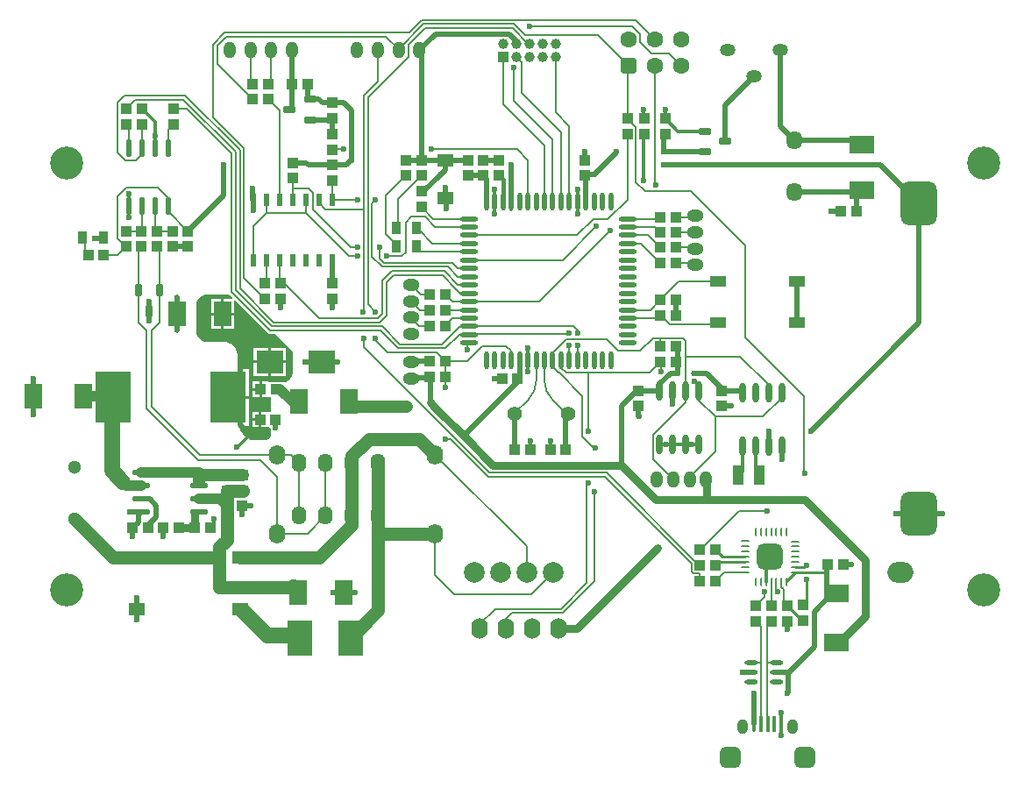
<source format=gtl>
G04 Layer_Physical_Order=1*
G04 Layer_Color=255*
%FSLAX25Y25*%
%MOIN*%
G70*
G01*
G75*
%ADD10C,0.00787*%
G04:AMPARAMS|DCode=11|XSize=59.06mil|YSize=15.75mil|CornerRadius=3.94mil|HoleSize=0mil|Usage=FLASHONLY|Rotation=270.000|XOffset=0mil|YOffset=0mil|HoleType=Round|Shape=RoundedRectangle|*
%AMROUNDEDRECTD11*
21,1,0.05906,0.00787,0,0,270.0*
21,1,0.05118,0.01575,0,0,270.0*
1,1,0.00787,-0.00394,-0.02559*
1,1,0.00787,-0.00394,0.02559*
1,1,0.00787,0.00394,0.02559*
1,1,0.00787,0.00394,-0.02559*
%
%ADD11ROUNDEDRECTD11*%
G04:AMPARAMS|DCode=12|XSize=59.06mil|YSize=14.96mil|CornerRadius=3.74mil|HoleSize=0mil|Usage=FLASHONLY|Rotation=270.000|XOffset=0mil|YOffset=0mil|HoleType=Round|Shape=RoundedRectangle|*
%AMROUNDEDRECTD12*
21,1,0.05906,0.00748,0,0,270.0*
21,1,0.05158,0.01496,0,0,270.0*
1,1,0.00748,-0.00374,-0.02579*
1,1,0.00748,-0.00374,0.02579*
1,1,0.00748,0.00374,0.02579*
1,1,0.00748,0.00374,-0.02579*
%
%ADD12ROUNDEDRECTD12*%
G04:AMPARAMS|DCode=13|XSize=78.74mil|YSize=78.74mil|CornerRadius=19.69mil|HoleSize=0mil|Usage=FLASHONLY|Rotation=180.000|XOffset=0mil|YOffset=0mil|HoleType=Round|Shape=RoundedRectangle|*
%AMROUNDEDRECTD13*
21,1,0.07874,0.03937,0,0,180.0*
21,1,0.03937,0.07874,0,0,180.0*
1,1,0.03937,-0.01969,0.01969*
1,1,0.03937,0.01969,0.01969*
1,1,0.03937,0.01969,-0.01969*
1,1,0.03937,-0.01969,-0.01969*
%
%ADD13ROUNDEDRECTD13*%
%ADD14R,0.03937X0.03937*%
%ADD15R,0.06693X0.09449*%
%ADD16R,0.03937X0.03937*%
%ADD17R,0.13780X0.19685*%
%ADD18O,0.07087X0.01969*%
%ADD19R,0.09449X0.06693*%
G04:AMPARAMS|DCode=20|XSize=25.59mil|YSize=47.24mil|CornerRadius=3.2mil|HoleSize=0mil|Usage=FLASHONLY|Rotation=90.000|XOffset=0mil|YOffset=0mil|HoleType=Round|Shape=RoundedRectangle|*
%AMROUNDEDRECTD20*
21,1,0.02559,0.04085,0,0,90.0*
21,1,0.01919,0.04724,0,0,90.0*
1,1,0.00640,0.02042,0.00960*
1,1,0.00640,0.02042,-0.00960*
1,1,0.00640,-0.02042,-0.00960*
1,1,0.00640,-0.02042,0.00960*
%
%ADD20ROUNDEDRECTD20*%
%ADD21R,0.09449X0.13780*%
G04:AMPARAMS|DCode=22|XSize=25.59mil|YSize=47.24mil|CornerRadius=3.2mil|HoleSize=0mil|Usage=FLASHONLY|Rotation=0.000|XOffset=0mil|YOffset=0mil|HoleType=Round|Shape=RoundedRectangle|*
%AMROUNDEDRECTD22*
21,1,0.02559,0.04085,0,0,0.0*
21,1,0.01919,0.04724,0,0,0.0*
1,1,0.00640,0.00960,-0.02042*
1,1,0.00640,-0.00960,-0.02042*
1,1,0.00640,-0.00960,0.02042*
1,1,0.00640,0.00960,0.02042*
%
%ADD22ROUNDEDRECTD22*%
%ADD23R,0.03543X0.04724*%
%ADD24O,0.02362X0.07480*%
%ADD25O,0.01969X0.07087*%
%ADD26R,0.06299X0.05118*%
G04:AMPARAMS|DCode=27|XSize=169.29mil|YSize=137.8mil|CornerRadius=34.45mil|HoleSize=0mil|Usage=FLASHONLY|Rotation=270.000|XOffset=0mil|YOffset=0mil|HoleType=Round|Shape=RoundedRectangle|*
%AMROUNDEDRECTD27*
21,1,0.16929,0.06890,0,0,270.0*
21,1,0.10039,0.13780,0,0,270.0*
1,1,0.06890,-0.03445,-0.05020*
1,1,0.06890,-0.03445,0.05020*
1,1,0.06890,0.03445,0.05020*
1,1,0.06890,0.03445,-0.05020*
%
%ADD27ROUNDEDRECTD27*%
%ADD28O,0.05118X0.01772*%
%ADD29R,0.06299X0.03937*%
%ADD30R,0.02284X0.04646*%
%ADD31O,0.01772X0.07087*%
%ADD32O,0.07087X0.01772*%
%ADD33R,0.05906X0.04724*%
%ADD34R,0.04331X0.07480*%
G04:AMPARAMS|DCode=35|XSize=98.43mil|YSize=98.43mil|CornerRadius=24.61mil|HoleSize=0mil|Usage=FLASHONLY|Rotation=90.000|XOffset=0mil|YOffset=0mil|HoleType=Round|Shape=RoundedRectangle|*
%AMROUNDEDRECTD35*
21,1,0.09843,0.04921,0,0,90.0*
21,1,0.04921,0.09843,0,0,90.0*
1,1,0.04921,0.02461,0.02461*
1,1,0.04921,0.02461,-0.02461*
1,1,0.04921,-0.02461,-0.02461*
1,1,0.04921,-0.02461,0.02461*
%
%ADD35ROUNDEDRECTD35*%
G04:AMPARAMS|DCode=36|XSize=9.84mil|YSize=33.47mil|CornerRadius=2.46mil|HoleSize=0mil|Usage=FLASHONLY|Rotation=90.000|XOffset=0mil|YOffset=0mil|HoleType=Round|Shape=RoundedRectangle|*
%AMROUNDEDRECTD36*
21,1,0.00984,0.02854,0,0,90.0*
21,1,0.00492,0.03347,0,0,90.0*
1,1,0.00492,0.01427,0.00246*
1,1,0.00492,0.01427,-0.00246*
1,1,0.00492,-0.01427,-0.00246*
1,1,0.00492,-0.01427,0.00246*
%
%ADD36ROUNDEDRECTD36*%
G04:AMPARAMS|DCode=37|XSize=9.84mil|YSize=33.47mil|CornerRadius=2.46mil|HoleSize=0mil|Usage=FLASHONLY|Rotation=180.000|XOffset=0mil|YOffset=0mil|HoleType=Round|Shape=RoundedRectangle|*
%AMROUNDEDRECTD37*
21,1,0.00984,0.02854,0,0,180.0*
21,1,0.00492,0.03347,0,0,180.0*
1,1,0.00492,-0.00246,0.01427*
1,1,0.00492,0.00246,0.01427*
1,1,0.00492,0.00246,-0.01427*
1,1,0.00492,-0.00246,-0.01427*
%
%ADD37ROUNDEDRECTD37*%
%ADD38R,0.10236X0.08661*%
%ADD39C,0.01181*%
%ADD40C,0.01969*%
%ADD41C,0.05118*%
%ADD42C,0.04724*%
%ADD43C,0.03937*%
%ADD44C,0.05906*%
%ADD45C,0.03150*%
%ADD46C,0.01000*%
%ADD47C,0.01575*%
%ADD48O,0.03937X0.05709*%
%ADD49O,0.04331X0.07874*%
%ADD50O,0.06299X0.07874*%
%ADD51O,0.06000X0.07087*%
%ADD52O,0.06299X0.07480*%
%ADD53C,0.12598*%
%ADD54O,0.05512X0.07087*%
%ADD55O,0.04724X0.06299*%
%ADD56C,0.03937*%
%ADD57C,0.06299*%
G04:AMPARAMS|DCode=58|XSize=62.99mil|YSize=62.99mil|CornerRadius=15.75mil|HoleSize=0mil|Usage=FLASHONLY|Rotation=180.000|XOffset=0mil|YOffset=0mil|HoleType=Round|Shape=RoundedRectangle|*
%AMROUNDEDRECTD58*
21,1,0.06299,0.03150,0,0,180.0*
21,1,0.03150,0.06299,0,0,180.0*
1,1,0.03150,-0.01575,0.01575*
1,1,0.03150,0.01575,0.01575*
1,1,0.03150,0.01575,-0.01575*
1,1,0.03150,-0.01575,-0.01575*
%
%ADD58ROUNDEDRECTD58*%
%ADD59C,0.05118*%
%ADD60C,0.05512*%
%ADD61O,0.06299X0.04724*%
%ADD62O,0.04724X0.06299*%
%ADD63O,0.06000X0.04724*%
%ADD64O,0.09843X0.07874*%
%ADD65C,0.07874*%
%ADD66C,0.02362*%
%ADD67C,0.02756*%
G36*
X82191Y180592D02*
X83096Y179686D01*
X82905Y179224D01*
X79761D01*
Y174000D01*
X83608D01*
Y178522D01*
X84070Y178713D01*
X96509Y166274D01*
X96509Y166274D01*
X96900Y166013D01*
X97360Y165921D01*
X99179D01*
X106100Y159000D01*
Y151968D01*
X105893Y150925D01*
X105485Y149942D01*
X104894Y149058D01*
X104142Y148305D01*
X103258Y147715D01*
X102809Y147529D01*
X102309Y147656D01*
Y147656D01*
X101281D01*
X101100Y147680D01*
X99553D01*
X99372Y147656D01*
X97028Y147656D01*
X96616Y147869D01*
X96385Y147869D01*
X94147D01*
Y144900D01*
Y141931D01*
X96616Y141931D01*
X97000Y142130D01*
X97225Y142066D01*
X97500Y141790D01*
Y136510D01*
X97146Y136156D01*
X96928Y136156D01*
X96516Y136369D01*
X96285Y136369D01*
X94047D01*
Y133400D01*
Y130431D01*
X96516Y130431D01*
X96928Y130644D01*
X97090Y130644D01*
X97446Y130153D01*
X97500Y129880D01*
Y127102D01*
X97196Y126367D01*
X96633Y125804D01*
X95898Y125500D01*
X91681D01*
X91115Y125500D01*
X90004Y125721D01*
X88958Y126154D01*
X88017Y126783D01*
X87616Y127184D01*
X87616D01*
X86994Y127806D01*
X86017Y129269D01*
X85483Y130558D01*
X85817Y131058D01*
X89167D01*
Y141400D01*
X81277D01*
Y142400D01*
X89167D01*
Y152743D01*
X85000D01*
X85000Y157801D01*
X85000Y157801D01*
X85000Y157801D01*
X84976Y158291D01*
X84784Y159252D01*
X84409Y160157D01*
X83865Y160972D01*
X83172Y161665D01*
X82357Y162210D01*
X81451Y162585D01*
X80490Y162776D01*
X80000Y162800D01*
X74000Y162800D01*
X73527Y162800D01*
X72600Y162984D01*
X71726Y163346D01*
X70940Y163872D01*
X70272Y164540D01*
X69746Y165326D01*
X69384Y166200D01*
X69200Y167127D01*
X69200Y167600D01*
X69200Y177284D01*
X69350Y178038D01*
X69644Y178747D01*
X70071Y179386D01*
X70614Y179929D01*
X71253Y180356D01*
X71962Y180650D01*
X72716Y180800D01*
X80158D01*
X80158Y180800D01*
X80158Y180800D01*
X81143Y180800D01*
X82191Y180592D01*
D02*
G37*
%LPC*%
G36*
X78761Y179224D02*
X74915D01*
Y174000D01*
X78761D01*
Y179224D01*
D02*
G37*
G36*
X83608Y173000D02*
X79761D01*
Y167776D01*
X83608D01*
Y173000D01*
D02*
G37*
G36*
X78761D02*
X74915D01*
Y167776D01*
X78761D01*
Y173000D01*
D02*
G37*
G36*
X103276Y160631D02*
X97658D01*
Y155800D01*
X103276D01*
Y160631D01*
D02*
G37*
G36*
X96658D02*
X91039D01*
Y155800D01*
X96658D01*
Y160631D01*
D02*
G37*
G36*
X103276Y154800D02*
X97658D01*
Y149969D01*
X103276D01*
Y154800D01*
D02*
G37*
G36*
X96658D02*
X91039D01*
Y149969D01*
X96658D01*
Y154800D01*
D02*
G37*
G36*
X93147Y147869D02*
X90679D01*
Y145400D01*
X93147D01*
Y147869D01*
D02*
G37*
G36*
Y144400D02*
X90679D01*
Y141931D01*
X93147D01*
Y144400D01*
D02*
G37*
G36*
X93047Y136369D02*
X90579D01*
Y133900D01*
X93047D01*
Y136369D01*
D02*
G37*
G36*
Y132900D02*
X90579D01*
Y130431D01*
X93047D01*
Y132900D01*
D02*
G37*
%LPD*%
D10*
X195547Y141047D02*
G03*
X198476Y148118I-7071J7071D01*
G01*
X201625D02*
G03*
X204554Y141047I10000J0D01*
G01*
X50331Y137585D02*
Y167269D01*
X47463Y170137D02*
X50331Y167269D01*
X47463Y170137D02*
Y200000D01*
X50331Y137585D02*
X69885Y118032D01*
X52300Y167300D02*
X55200Y170200D01*
X52300Y138400D02*
Y167300D01*
Y138400D02*
X70700Y120000D01*
X93468Y118032D02*
X100000Y111500D01*
X69885Y118032D02*
X93468D01*
X70700Y120000D02*
X100000D01*
X55200Y170200D02*
Y199400D01*
X286800Y143736D02*
Y146500D01*
X275900Y157400D02*
X286800Y146500D01*
X255400Y157400D02*
X275900D01*
X291800Y141600D02*
Y143736D01*
X284700Y134500D02*
X291800Y141600D01*
X266600Y134500D02*
X284700D01*
X266600Y121300D02*
Y134500D01*
X220300Y122700D02*
X220700Y122300D01*
X216038Y126962D02*
X220300Y122700D01*
X220800D01*
X257498Y75542D02*
Y78675D01*
X224673Y111500D02*
X257498Y78675D01*
X180173Y111500D02*
X224673D01*
X260647Y72000D02*
Y74850D01*
X258190D02*
X260647D01*
X257498Y75542D02*
X258190Y74850D01*
X216038Y126962D02*
Y129778D01*
X216100Y129841D02*
Y142300D01*
X216038Y129778D02*
X216100Y129841D01*
X207142Y151258D02*
X216100Y142300D01*
X218400Y128800D02*
Y151100D01*
X217800D02*
X221600D01*
X207068Y151258D02*
X207142D01*
X204775Y153551D02*
X207068Y151258D01*
X204775Y153551D02*
Y155982D01*
X221600Y151100D02*
X241647D01*
X209900D02*
X221600D01*
X236350Y223650D02*
Y244555D01*
Y223650D02*
X239862Y220138D01*
X233200Y247704D02*
X236350Y244555D01*
X263403Y86358D02*
X275645Y98600D01*
X286300D01*
X239862Y220138D02*
X257462D01*
X233200Y247704D02*
Y247753D01*
X225700Y209500D02*
X233200Y217000D01*
X220200Y209500D02*
X225700D01*
X214123Y203423D02*
X220200Y209500D01*
X173082Y203423D02*
X214123D01*
X233200Y217000D02*
Y241847D01*
X221900Y279700D02*
X233700Y267900D01*
X194200Y279700D02*
X221900D01*
X173082Y193974D02*
X208574D01*
X221400Y206800D01*
X100000Y90000D02*
Y111500D01*
Y120000D02*
X105300D01*
X108400Y116900D01*
X111500Y90000D02*
X118400Y96900D01*
X100000Y90000D02*
X111500D01*
X118400Y96900D02*
Y116900D01*
X108400Y98400D02*
Y116900D01*
X39353Y196000D02*
X42500Y199147D01*
X34053Y196000D02*
X39353D01*
X26900Y197247D02*
X28147Y196000D01*
X26900Y197247D02*
Y201663D01*
X26063Y202500D02*
X26900Y201663D01*
X165873Y125800D02*
X180173Y111500D01*
X180700Y113200D02*
X225200D01*
X132900Y161000D02*
X180700Y113200D01*
X225200D02*
X260700Y77700D01*
X291737Y69604D02*
X292562Y68778D01*
X291737Y69604D02*
Y71600D01*
X292562Y63891D02*
Y68778D01*
Y63891D02*
X293000Y63453D01*
X58700Y214676D02*
Y217600D01*
X54738Y221562D02*
X58700Y217600D01*
X42722Y221562D02*
X54738D01*
X39350Y218191D02*
X42722Y221562D01*
X39350Y202297D02*
X42500Y199147D01*
X39350Y202297D02*
Y218191D01*
X58700Y212453D02*
X66100Y205053D01*
X58700Y212453D02*
Y214676D01*
X54300Y205053D02*
X60200D01*
X42500Y205053D02*
X48400D01*
X48400Y205053D01*
X48700Y205353D01*
Y214676D01*
X53700Y206953D02*
Y214676D01*
X118400Y213200D02*
X132900D01*
X115800Y215800D02*
X118400Y213200D01*
X212649Y168875D02*
X214224Y167300D01*
X175875Y168875D02*
X212649D01*
X210475Y165875D02*
X211000Y166400D01*
X229700Y159500D02*
X238100D01*
X225400Y163800D02*
X229700Y159500D01*
X210000Y163800D02*
X225400D01*
X204775Y158575D02*
X210000Y163800D01*
X204775Y155982D02*
Y158575D01*
X241647Y151100D02*
X245647Y155100D01*
X207924Y153076D02*
X209900Y151100D01*
X207924Y153076D02*
Y155982D01*
X286302Y17782D02*
X286500Y17584D01*
X283941D02*
X284098Y17741D01*
X198476Y148118D02*
Y155982D01*
X201625Y148118D02*
Y155982D01*
X190800Y271300D02*
X192800Y269300D01*
X238100Y159500D02*
X242950Y164350D01*
X255400Y144327D02*
Y157400D01*
X211074Y155982D02*
Y161426D01*
X214224Y155982D02*
Y161176D01*
X173082Y165628D02*
Y165875D01*
X175777Y168777D02*
X175875Y168875D01*
X95800Y211900D02*
X110800D01*
X95800D02*
Y216917D01*
X120800D02*
Y224047D01*
X233200Y247753D02*
Y267400D01*
X95300Y185153D02*
X95800Y185653D01*
Y194083D01*
X100800Y185553D02*
X101200Y185153D01*
X100800Y185553D02*
Y194083D01*
X153937Y205463D02*
Y206300D01*
Y205463D02*
X159127Y200273D01*
X173082D01*
X146063Y217310D02*
X154900Y226147D01*
X146063Y206300D02*
Y217310D01*
X159425Y209722D02*
X173082D01*
X154900Y214247D02*
X159425Y209722D01*
X160128Y206572D02*
X173082D01*
X156200Y210500D02*
X160128Y206572D01*
X151000Y210500D02*
X156200D01*
X110800Y211900D02*
Y216917D01*
X97737Y262137D02*
Y273900D01*
X89863Y261837D02*
Y273900D01*
Y261837D02*
X90700Y261000D01*
X43700Y236724D02*
Y244647D01*
X42600Y245747D02*
X43700Y244647D01*
X48700Y236724D02*
Y245547D01*
X48500Y245747D02*
X48700Y245547D01*
X58700Y236724D02*
Y243747D01*
X60700Y245747D01*
X96600Y255095D02*
X100800Y250894D01*
Y216917D02*
Y250894D01*
X115800Y215800D02*
Y216917D01*
X248900Y272700D02*
X253700Y267900D01*
X189027Y155982D02*
Y159473D01*
X187100Y161400D02*
X189027Y159473D01*
X178100Y161400D02*
X187100D01*
X172200Y155500D02*
X178100Y161400D01*
X164053Y155500D02*
X172200D01*
X190400Y135900D02*
X195547Y141047D01*
X204554D02*
X209701Y135900D01*
X233318Y171927D02*
X244874D01*
X233318Y175076D02*
X242024D01*
X245747Y178800D01*
X252747Y185800D01*
X267541D01*
X245747Y172800D02*
X246045D01*
X249195Y169650D01*
X267091D01*
X267541Y170100D01*
X287800Y62653D02*
Y71600D01*
X289769Y68231D02*
Y71600D01*
Y68231D02*
X290200Y67800D01*
X282000Y62653D02*
X285400Y66053D01*
Y67800D01*
X243700Y222500D02*
Y267900D01*
X192800Y257600D02*
Y269300D01*
Y257600D02*
X207924Y242476D01*
Y216218D02*
Y242476D01*
X185800Y253400D02*
Y271300D01*
Y253400D02*
X201625Y237575D01*
Y216218D02*
Y237575D01*
X121000Y236047D02*
X121253Y236300D01*
X125400D01*
X260647Y83900D02*
X261000D01*
X238031Y276969D02*
X242300Y272700D01*
X248900D01*
X195373Y276300D02*
X195800D01*
Y282800D02*
X235000D01*
X238031Y279769D01*
Y276969D02*
Y279769D01*
X190120Y283780D02*
X194200Y279700D01*
X189467Y282206D02*
X195373Y276300D01*
X236245Y285355D02*
X243700Y277900D01*
X255400Y157700D02*
Y163400D01*
X254450Y164350D02*
X255400Y163400D01*
X245647Y161100D02*
Y164302D01*
X245600Y164350D02*
X245647Y164302D01*
X242950Y164350D02*
X245600D01*
X254450D01*
X280358Y40940D02*
X284098D01*
Y17741D02*
Y40940D01*
X286302Y17782D02*
Y40940D01*
X290042D01*
X282000Y56747D02*
X284098Y54650D01*
X260400Y144327D02*
Y146300D01*
X258900Y147800D02*
X260400Y146300D01*
X258600Y147800D02*
X258900D01*
X245900Y151700D02*
Y154847D01*
X132900Y161000D02*
Y164200D01*
X134500Y255900D02*
X150000Y271400D01*
X132925Y256425D02*
Y256552D01*
X138263Y261890D01*
Y273200D01*
X190000Y254600D02*
Y267100D01*
Y254600D02*
X204775Y239825D01*
Y216218D02*
Y239825D01*
X150000Y271400D02*
Y275773D01*
X77300Y268495D02*
X90700Y255095D01*
X141349Y278925D02*
X146137Y274137D01*
X155128Y285355D02*
X236245D01*
X155780Y283780D02*
X190120D01*
X150000Y275773D02*
X156433Y282206D01*
X189467D01*
X146137Y274137D02*
X155780Y283780D01*
X150273Y280500D02*
X155128Y285355D01*
X75600Y276000D02*
X80100Y280500D01*
X150273D01*
X77300Y268495D02*
Y275473D01*
X80752Y278925D01*
X141349D01*
X75600Y248300D02*
Y276000D01*
Y248300D02*
X87424Y236476D01*
X60700Y251653D02*
X65566D01*
X82700Y234519D01*
X42600Y251653D02*
X45947Y255000D01*
X64446D01*
X84275Y235171D01*
X64973Y256700D02*
X85850Y235823D01*
X48700Y234300D02*
Y236724D01*
X46300Y231900D02*
X48700Y234300D01*
X42200Y231900D02*
X46300D01*
X39300Y234800D02*
X42200Y231900D01*
X39300Y253960D02*
X42040Y256700D01*
X39300Y234800D02*
Y253960D01*
X42040Y256700D02*
X64973D01*
X87424Y187123D02*
Y236476D01*
Y187123D02*
X95300Y179247D01*
X84275Y182438D02*
Y235171D01*
X85850Y183090D02*
Y235823D01*
X82700Y181786D02*
Y234519D01*
X90800Y194083D02*
Y206900D01*
X95800Y211900D01*
X205800Y250300D02*
Y271300D01*
Y250300D02*
X211074Y245026D01*
Y216218D02*
Y245026D01*
X284098Y40940D02*
Y54650D01*
X286302Y40940D02*
Y55250D01*
X287800Y56747D01*
X282000Y62547D02*
Y62653D01*
X261000Y83900D02*
X263403Y86303D01*
Y86358D01*
X120800Y216917D02*
X130600D01*
X101200Y185153D02*
X102647D01*
X132200Y174700D02*
X132900Y175400D01*
Y213200D01*
X134500Y177100D02*
X137200Y174400D01*
X136075Y215500D02*
X137300Y216725D01*
X132900Y256400D02*
X132925Y256425D01*
X132900Y213200D02*
Y256400D01*
X134500Y177100D02*
Y255900D01*
X137300Y216725D02*
Y216900D01*
X110800Y211900D02*
X127200Y195500D01*
X130500D01*
X105800Y221100D02*
X111900D01*
X113477Y219523D01*
Y213223D02*
Y219523D01*
X105800Y216917D02*
Y221100D01*
Y225147D01*
X113477Y213223D02*
X127900Y198800D01*
X130500D01*
X139000Y194700D02*
Y198800D01*
X136075Y195225D02*
Y215500D01*
X189027Y213073D02*
Y216218D01*
X158500Y236100D02*
X191300D01*
X195326Y232074D01*
Y216218D02*
Y232074D01*
X266553Y72000D02*
X269844Y75291D01*
X277950D01*
X163900Y125800D02*
X165873D01*
X163900Y150647D02*
X164053Y150800D01*
X163900Y145500D02*
Y150647D01*
X164053Y150800D02*
Y155500D01*
X137600Y163400D02*
Y164200D01*
X160627Y158925D02*
X164053Y155500D01*
X142075Y158925D02*
X160627D01*
X137600Y163400D02*
X142075Y158925D01*
X82700Y181786D02*
X97360Y167125D01*
X84275Y182438D02*
X97936Y168777D01*
X85850Y183090D02*
X98588Y170352D01*
X138952D01*
X141500Y172900D01*
X102647Y185153D02*
X115873Y171927D01*
X138227D01*
X139900Y173600D01*
X173082Y168777D02*
X175777D01*
X169675Y181376D02*
X173082D01*
X168100Y182950D02*
X169675Y181376D01*
X173082Y165875D02*
X210475D01*
X168775Y184525D02*
X173082D01*
X168100Y182950D02*
Y182973D01*
X162775Y162075D02*
X169477Y168777D01*
X173082D01*
X164100Y160500D02*
X169228Y165628D01*
X173082D01*
X166627Y178226D02*
X173082D01*
X163853Y181000D02*
X166627Y178226D01*
X163929Y175076D02*
X173082D01*
X163853Y175000D02*
X163929Y175076D01*
X166779Y171927D02*
X173082D01*
X153937Y197763D02*
Y199100D01*
Y197763D02*
X154576Y197124D01*
X173082D01*
X141300Y218547D02*
X148900Y226147D01*
X141300Y203863D02*
Y218547D01*
Y203863D02*
X146063Y199100D01*
X148800Y196933D02*
Y208300D01*
X151000Y210500D01*
X141500Y195557D02*
X147424D01*
X148800Y196933D01*
X162830Y188243D02*
X168100Y182973D01*
X148374Y189825D02*
X148381Y189818D01*
X163482D01*
X168775Y184525D01*
X136075Y195225D02*
X139850Y191450D01*
X139000Y194700D02*
X140675Y193025D01*
X139850Y191450D02*
X164950D01*
X168725Y187675D01*
X173082D01*
X168776Y190824D02*
X173082D01*
X140675Y193025D02*
X166575D01*
X168776Y190824D01*
X154500Y181000D02*
X157947D01*
X150800Y184700D02*
X154500Y181000D01*
X154200Y175000D02*
X157947D01*
X150800Y178400D02*
X154200Y175000D01*
X163853Y169000D02*
X166779Y171927D01*
X153900Y169000D02*
X157947D01*
X150800Y172100D02*
X153900Y169000D01*
X172300Y159800D02*
Y161696D01*
X173082Y162478D01*
X251653Y210400D02*
X258300D01*
X258900Y211000D01*
X251653Y204600D02*
X258800D01*
X258900Y204700D01*
X251653Y198800D02*
X258500D01*
X258900Y198400D01*
X251653Y192800D02*
X258200D01*
X258900Y192100D01*
X233318Y209722D02*
X245069D01*
X245747Y210400D01*
X233318Y206572D02*
X243775D01*
X245747Y204600D01*
X233318Y203423D02*
X241124D01*
X245747Y198800D01*
X233318Y200273D02*
X238274D01*
X245747Y192800D01*
X256800Y111500D02*
X266600Y121300D01*
X256800Y110700D02*
Y111500D01*
X242900Y118300D02*
X250500Y110700D01*
X242900Y118300D02*
Y127500D01*
X255400Y140000D01*
Y144327D01*
X260400Y140700D02*
Y144327D01*
Y140700D02*
X266600Y134500D01*
X300438Y112900D02*
Y142162D01*
X277900Y164700D02*
X300438Y142162D01*
X277900Y164700D02*
Y199700D01*
X257462Y220138D02*
X277900Y199700D01*
X141500Y172900D02*
Y185600D01*
X144143Y188243D01*
X162830D01*
X139900Y186227D02*
X143498Y189825D01*
X139900Y173600D02*
Y186227D01*
X143498Y189825D02*
X148374D01*
X97936Y168777D02*
X139823D01*
X146525Y162075D01*
X162775D01*
X97360Y167125D02*
X139175D01*
X145800Y160500D01*
X164100D01*
X173082Y178226D02*
X199526D01*
X226700Y205400D01*
X187000Y54000D02*
Y57500D01*
X177000Y54000D02*
Y55500D01*
X182900Y61400D01*
X187000Y57500D02*
X189325Y59825D01*
X182900Y61400D02*
X207900D01*
X217700Y71200D01*
Y108200D01*
X208552Y59825D02*
X220700Y71973D01*
X189325Y59825D02*
X208552D01*
X220700Y71973D02*
Y105800D01*
X160000Y74100D02*
Y90000D01*
Y74100D02*
X167200Y66900D01*
X196513D01*
X204913Y75300D01*
X160000Y120000D02*
X194913Y85087D01*
Y75300D02*
Y85087D01*
D11*
X286500Y17584D02*
D03*
X283941D02*
D03*
X289059D02*
D03*
D12*
X291618D02*
D03*
X281382D02*
D03*
D13*
X300575Y4789D02*
D03*
X272425D02*
D03*
D14*
X45047Y92200D02*
D03*
X50953D02*
D03*
X56747D02*
D03*
X62653D02*
D03*
X74553D02*
D03*
X68647D02*
D03*
X34053Y196000D02*
D03*
X28147D02*
D03*
X93647Y144900D02*
D03*
X99553D02*
D03*
X163853Y149600D02*
D03*
X157947D02*
D03*
X111653Y261000D02*
D03*
X105747D02*
D03*
X245647Y155100D02*
D03*
X251553D02*
D03*
X245647Y161100D02*
D03*
X251553D02*
D03*
X266553Y78000D02*
D03*
X260647D02*
D03*
X266553Y83900D02*
D03*
X260647D02*
D03*
X99453Y133400D02*
D03*
X93547D02*
D03*
X86705Y100500D02*
D03*
X80800D02*
D03*
X196253Y121900D02*
D03*
X190347D02*
D03*
X203847Y121800D02*
D03*
X209753D02*
D03*
X157947Y155500D02*
D03*
X163853D02*
D03*
X191453Y148800D02*
D03*
X185547D02*
D03*
X251653Y178800D02*
D03*
X245747D02*
D03*
X251653Y172800D02*
D03*
X245747D02*
D03*
X309247Y78200D02*
D03*
X315153D02*
D03*
X266553Y72000D02*
D03*
X260647D02*
D03*
X163853Y181000D02*
D03*
X157947D02*
D03*
X163853Y175000D02*
D03*
X157947D02*
D03*
X163853Y169000D02*
D03*
X157947D02*
D03*
X251653Y210400D02*
D03*
X245747D02*
D03*
X251653Y204600D02*
D03*
X245747D02*
D03*
X251653Y198800D02*
D03*
X245747D02*
D03*
X251653Y192800D02*
D03*
X245747D02*
D03*
X320153Y212500D02*
D03*
X314247D02*
D03*
X185800Y271300D02*
D03*
D15*
X26149Y142100D02*
D03*
X7251D02*
D03*
X127349Y140100D02*
D03*
X108451D02*
D03*
X61939Y173500D02*
D03*
X79261D02*
D03*
X125361Y67700D02*
D03*
X108039D02*
D03*
D16*
X80800Y106347D02*
D03*
Y112253D02*
D03*
X86800Y106347D02*
D03*
Y112253D02*
D03*
X247500Y247853D02*
D03*
Y241947D02*
D03*
X239600Y241847D02*
D03*
Y247753D02*
D03*
X300100Y56847D02*
D03*
Y62753D02*
D03*
X172500Y226147D02*
D03*
Y232053D02*
D03*
X48500Y251653D02*
D03*
Y245747D02*
D03*
X60200Y199147D02*
D03*
Y205053D02*
D03*
X54300Y199147D02*
D03*
Y205053D02*
D03*
X48400Y199147D02*
D03*
Y205053D02*
D03*
X42600Y251653D02*
D03*
Y245747D02*
D03*
X60700Y251653D02*
D03*
Y245747D02*
D03*
X42500Y205053D02*
D03*
Y199147D02*
D03*
X101200Y179247D02*
D03*
Y185153D02*
D03*
X95300Y179247D02*
D03*
Y185153D02*
D03*
X105800Y231053D02*
D03*
Y225147D02*
D03*
X154900Y214247D02*
D03*
Y220153D02*
D03*
X233200Y247753D02*
D03*
Y241847D02*
D03*
X121000Y253753D02*
D03*
Y247847D02*
D03*
X90700Y261000D02*
D03*
Y255095D02*
D03*
X96600Y261000D02*
D03*
Y255095D02*
D03*
X121000Y230153D02*
D03*
Y224247D02*
D03*
X287800Y56747D02*
D03*
Y62653D02*
D03*
X282000Y56747D02*
D03*
Y62653D02*
D03*
X148900Y232053D02*
D03*
Y226147D02*
D03*
X154900Y232053D02*
D03*
Y226147D02*
D03*
X120800Y179247D02*
D03*
Y185153D02*
D03*
X237400Y138447D02*
D03*
Y144353D02*
D03*
X66100Y205053D02*
D03*
Y199147D02*
D03*
X268800Y138447D02*
D03*
Y144353D02*
D03*
X184400Y232053D02*
D03*
Y226147D02*
D03*
X178400Y232053D02*
D03*
Y226147D02*
D03*
X217100D02*
D03*
Y232053D02*
D03*
X293800Y62653D02*
D03*
Y56747D02*
D03*
X121000Y236047D02*
D03*
Y241953D02*
D03*
D17*
X37523Y141900D02*
D03*
X81277D02*
D03*
D18*
X70424Y98100D02*
D03*
Y103100D02*
D03*
Y108100D02*
D03*
Y113100D02*
D03*
X48376Y98100D02*
D03*
Y103100D02*
D03*
Y108100D02*
D03*
Y113100D02*
D03*
D19*
X322300Y237761D02*
D03*
Y220439D02*
D03*
X312500Y48451D02*
D03*
Y67349D02*
D03*
D20*
X262563Y235163D02*
D03*
X270437Y239100D02*
D03*
X262563Y243037D02*
D03*
X112537Y247263D02*
D03*
X104663Y251200D02*
D03*
X112537Y255137D02*
D03*
D21*
X108688Y50400D02*
D03*
X127999D02*
D03*
D22*
X47463Y182537D02*
D03*
X51400Y174663D02*
D03*
X55337Y182537D02*
D03*
D23*
X26063Y202500D02*
D03*
X33937D02*
D03*
X153037Y199100D02*
D03*
X145163D02*
D03*
X153037Y206300D02*
D03*
X145163D02*
D03*
D24*
X245400Y123854D02*
D03*
X250400D02*
D03*
X255400D02*
D03*
X260400D02*
D03*
X245400Y144327D02*
D03*
X250400D02*
D03*
X255400D02*
D03*
X260400D02*
D03*
X276800Y123264D02*
D03*
X281800D02*
D03*
X286800D02*
D03*
X291800D02*
D03*
X276800Y143736D02*
D03*
X281800D02*
D03*
X286800D02*
D03*
X291800D02*
D03*
D25*
X58700Y236724D02*
D03*
X53700D02*
D03*
X48700D02*
D03*
X43700D02*
D03*
X58700Y214676D02*
D03*
X53700D02*
D03*
X48700D02*
D03*
X43700D02*
D03*
D26*
X163900Y217613D02*
D03*
Y231787D02*
D03*
D27*
X344100Y97445D02*
D03*
Y215555D02*
D03*
D28*
X290042Y33460D02*
D03*
Y37200D02*
D03*
Y40940D02*
D03*
X280358Y33460D02*
D03*
Y37200D02*
D03*
Y40940D02*
D03*
D29*
X267541Y185800D02*
D03*
X297659D02*
D03*
X267541Y170100D02*
D03*
X297659D02*
D03*
D30*
X120800Y194083D02*
D03*
X115800D02*
D03*
X110800D02*
D03*
X105800D02*
D03*
X100800D02*
D03*
X95800D02*
D03*
X90800D02*
D03*
Y216917D02*
D03*
X95800D02*
D03*
X100800D02*
D03*
X105800D02*
D03*
X110800D02*
D03*
X115800D02*
D03*
X120800D02*
D03*
D31*
X179578Y216218D02*
D03*
X182728D02*
D03*
X185877D02*
D03*
X189027D02*
D03*
X192176D02*
D03*
X195326D02*
D03*
X198476D02*
D03*
X201625D02*
D03*
X204775D02*
D03*
X207924D02*
D03*
X211074D02*
D03*
X214224D02*
D03*
X217373D02*
D03*
X220523D02*
D03*
X223672D02*
D03*
X226822D02*
D03*
Y155982D02*
D03*
X223672D02*
D03*
X220523D02*
D03*
X217373D02*
D03*
X214224D02*
D03*
X211074D02*
D03*
X207924D02*
D03*
X204775D02*
D03*
X201625D02*
D03*
X198476D02*
D03*
X195326D02*
D03*
X192176D02*
D03*
X189027D02*
D03*
X185877D02*
D03*
X182728D02*
D03*
X179578D02*
D03*
D32*
X233318Y209722D02*
D03*
Y206572D02*
D03*
Y203423D02*
D03*
Y200273D02*
D03*
Y197124D02*
D03*
Y193974D02*
D03*
Y190824D02*
D03*
Y187675D02*
D03*
Y184525D02*
D03*
Y181376D02*
D03*
Y178226D02*
D03*
Y175076D02*
D03*
Y171927D02*
D03*
Y168777D02*
D03*
Y165628D02*
D03*
Y162478D02*
D03*
X173082D02*
D03*
Y165628D02*
D03*
Y168777D02*
D03*
Y171927D02*
D03*
Y175076D02*
D03*
Y178226D02*
D03*
Y181376D02*
D03*
Y184525D02*
D03*
Y187675D02*
D03*
Y190824D02*
D03*
Y193974D02*
D03*
Y197124D02*
D03*
Y200273D02*
D03*
Y203423D02*
D03*
Y206572D02*
D03*
Y209722D02*
D03*
D33*
X86100Y61300D02*
D03*
Y80985D02*
D03*
X46730Y61300D02*
D03*
Y80985D02*
D03*
D34*
X283137Y112200D02*
D03*
X275263D02*
D03*
D35*
X287200Y81100D02*
D03*
D36*
X277950Y75291D02*
D03*
Y77260D02*
D03*
Y79228D02*
D03*
Y81197D02*
D03*
Y83165D02*
D03*
Y85134D02*
D03*
Y87102D02*
D03*
X297000Y87074D02*
D03*
Y85106D02*
D03*
Y83137D02*
D03*
Y81169D02*
D03*
Y79200D02*
D03*
Y77232D02*
D03*
Y75263D02*
D03*
D37*
X281894Y90498D02*
D03*
X283863D02*
D03*
X285831D02*
D03*
X287800D02*
D03*
X289769D02*
D03*
X291737D02*
D03*
X293706D02*
D03*
X293706Y71600D02*
D03*
X291737D02*
D03*
X289769D02*
D03*
X287800D02*
D03*
X285831D02*
D03*
X283863D02*
D03*
X281894D02*
D03*
D38*
X116842Y155300D02*
D03*
X97158D02*
D03*
D39*
X84900Y123000D02*
X89500Y127600D01*
X84700Y123000D02*
X84900D01*
X74553Y92200D02*
X75900Y93547D01*
Y95500D01*
X203847Y121800D02*
Y125153D01*
X196253Y121900D02*
Y125253D01*
X291618Y13250D02*
Y17584D01*
Y21918D01*
X257700Y124000D02*
X260254D01*
X260400Y123854D01*
X239400Y224400D02*
Y241847D01*
X247500Y247853D02*
Y251200D01*
X239400Y247753D02*
Y251100D01*
X247500Y247853D02*
X252316Y243037D01*
X262563D01*
X311451Y48451D02*
X312500D01*
X310200Y48300D02*
Y51000D01*
X312500Y48451D02*
X313849D01*
X316400Y45900D01*
X245400Y123854D02*
X250400D01*
X255400D01*
X260400D01*
X276800Y113737D02*
Y123264D01*
X281800Y113537D02*
Y123264D01*
X285831Y79732D02*
X287200Y81100D01*
X285831Y71600D02*
Y79732D01*
X43700Y214676D02*
Y219200D01*
Y210153D02*
Y214676D01*
X53700Y236724D02*
Y241247D01*
X48500Y251653D02*
X53700Y246453D01*
Y241247D02*
Y246453D01*
X182728Y216218D02*
Y220772D01*
Y211664D02*
Y216218D01*
X195326Y151428D02*
Y155982D01*
Y160536D01*
X214224Y211664D02*
Y216218D01*
Y220772D01*
D40*
X47200Y94353D02*
Y96924D01*
Y94353D02*
Y95400D01*
X45047Y88953D02*
Y92200D01*
X47200Y94353D01*
X86705Y100500D02*
X89953D01*
X86705Y97253D02*
Y100500D01*
X43900Y98100D02*
X48376D01*
X47200Y96924D02*
X48376Y98100D01*
X53900Y96100D02*
Y100700D01*
X50953Y93153D02*
X53900Y96100D01*
X51500Y103100D02*
X53900Y100700D01*
X56747Y88953D02*
Y92200D01*
X7200Y135251D02*
X7251Y135302D01*
X7200Y135251D02*
Y142200D01*
X7251Y142100D02*
Y149049D01*
X7200Y148998D02*
X7251Y149049D01*
X48376Y103100D02*
X51500D01*
X50953Y92200D02*
Y93153D01*
X85900Y131200D02*
Y158100D01*
Y131200D02*
X87500Y129600D01*
X304200Y60400D02*
X311400Y67600D01*
X304200Y46900D02*
Y60400D01*
X250400Y139300D02*
Y144327D01*
X291800Y118200D02*
Y123264D01*
X335355Y97445D02*
X344100D01*
X352845D01*
X268800Y138447D02*
X272647D01*
X272747Y138547D01*
X237400Y134600D02*
X237500Y134500D01*
X237400Y134600D02*
Y138447D01*
X121191Y67700D02*
X125361D01*
X121161Y67670D02*
X121191Y67700D01*
X129532D02*
X129561Y67730D01*
X125361Y67700D02*
X129532D01*
X46730Y57130D02*
Y61300D01*
Y57130D02*
X46760Y57100D01*
X46700Y65500D02*
X46730Y65470D01*
Y61300D02*
Y65470D01*
X99453Y130153D02*
Y133400D01*
X315153Y78200D02*
X318400D01*
X293800Y53500D02*
Y56747D01*
X217100Y232053D02*
Y235300D01*
X120800Y176000D02*
Y179247D01*
X101200Y176000D02*
Y179247D01*
X182500Y148800D02*
X185547D01*
X61900Y167361D02*
X62039Y167500D01*
X61900Y167361D02*
Y173700D01*
X61939Y173500D02*
Y179839D01*
X61800Y179700D02*
X61939Y179839D01*
X51400Y170926D02*
Y174663D01*
Y178400D01*
X30600Y202400D02*
X33837D01*
X33937Y202500D01*
X90800Y212817D02*
Y216917D01*
X90700Y217017D02*
X90800Y216917D01*
X90700Y217017D02*
Y221117D01*
X90800Y216917D02*
X90900Y216817D01*
X164200Y213513D02*
Y217500D01*
X163900Y217613D02*
Y221600D01*
X163800Y221500D02*
X163900Y221600D01*
X296700Y239543D02*
X320519D01*
X322300Y237761D01*
X246800Y240947D02*
X247800Y241947D01*
X246800Y235200D02*
Y240947D01*
X262526Y235200D02*
X262563Y235163D01*
X246800Y235200D02*
X262526D01*
X229000Y235000D02*
Y235200D01*
X220700Y226700D02*
X229000Y235000D01*
X230900Y116000D02*
Y138700D01*
X309047Y70847D02*
Y78600D01*
X79600Y218553D02*
Y229465D01*
X66100Y205053D02*
X79600Y218553D01*
X236553Y144353D02*
X237400D01*
X230900Y138700D02*
X236553Y144353D01*
X217373Y216218D02*
Y225874D01*
X104663Y251200D02*
X105747Y252284D01*
Y261000D01*
Y273764D01*
X105611Y273900D02*
X105747Y273764D01*
X111653Y256021D02*
X112537Y255137D01*
X111653Y256021D02*
Y261000D01*
X112537Y255137D02*
X115763D01*
X117147Y253753D01*
X121000D01*
X112537Y247263D02*
X120416D01*
X121000Y241953D02*
Y247847D01*
X190347Y121900D02*
Y135647D01*
X190400Y135700D01*
X209753Y121800D02*
Y134974D01*
X286900Y123364D02*
Y128900D01*
X237400Y144353D02*
X245374D01*
X245400Y144327D01*
X281382Y17584D02*
Y29182D01*
X293982D02*
X294373Y29573D01*
X290042Y37200D02*
X294373D01*
X192176Y149524D02*
Y155982D01*
X191453Y148800D02*
X192176Y149524D01*
X105800Y231053D02*
X111047D01*
X111947Y230153D01*
X113800D01*
X121000D01*
X179578Y216218D02*
Y224969D01*
X178400Y226147D02*
X179578Y224969D01*
X172500Y226147D02*
X178400D01*
X172500Y226147D02*
X172500Y226147D01*
X181400Y232000D02*
Y232053D01*
X178400D02*
X184400D01*
X121000Y253753D02*
X125447D01*
X128353Y250847D01*
X148900Y232053D02*
X154900D01*
X121000Y230153D02*
X126353D01*
X128353Y232153D01*
Y250847D01*
X251653Y172800D02*
Y178800D01*
X297659Y177600D02*
X297700D01*
X297659Y170100D02*
Y177600D01*
Y185800D01*
X154900Y220153D02*
X155753D01*
X163900Y228300D02*
Y231787D01*
X154900Y232053D02*
Y273011D01*
X154011Y273900D02*
X154900Y273011D01*
Y232053D02*
X172500D01*
X190800Y276300D02*
Y277400D01*
X154011Y273900D02*
X160151Y280040D01*
X188160D01*
X190800Y277400D01*
X268800Y144353D02*
X276184D01*
X276800Y143736D01*
X251553Y161153D02*
X251600Y161200D01*
X268800Y144353D02*
Y145300D01*
X263200Y150900D02*
X268800Y145300D01*
X258400Y150900D02*
X258500Y151000D01*
X258400Y150900D02*
X263200D01*
X252253Y155200D02*
Y161200D01*
X251553Y161153D02*
X252253Y161200D01*
X252200Y151000D02*
Y154453D01*
X252253Y155200D01*
X191453Y147653D02*
Y148800D01*
X170931Y127131D02*
X191453Y147653D01*
X162350Y226750D02*
X162400Y226700D01*
X217653D02*
X220700D01*
X217100Y226147D02*
X217653Y226700D01*
X162350Y226750D02*
X163900Y228300D01*
X155753Y220153D02*
X162350Y226750D01*
X120800Y185153D02*
Y189800D01*
Y194083D01*
X277000Y37200D02*
X280358D01*
X110581Y155300D02*
X116842D01*
X123104D01*
X245400Y144327D02*
Y146900D01*
X249500Y151000D01*
X252200D01*
X302800Y129000D02*
X344100Y170300D01*
Y215555D01*
X294300Y37000D02*
X304200Y46900D01*
X294373Y29573D02*
Y37200D01*
X189027Y216218D02*
Y230173D01*
X189000Y230200D02*
X189027Y230173D01*
X246800Y230200D02*
X329455D01*
X344100Y215555D01*
X151100Y155500D02*
X157947D01*
X150800Y155200D02*
X151100Y155500D01*
Y149100D02*
X157647D01*
X158147Y149600D01*
Y139915D02*
Y149600D01*
X320153Y212500D02*
Y218291D01*
X310700Y212500D02*
X314247D01*
X296700Y219858D02*
X321719D01*
X322300Y220439D01*
X320153Y218291D02*
X321719Y219858D01*
X270437Y239100D02*
Y253037D01*
X281400Y264000D01*
X291400Y244843D02*
Y274000D01*
Y244843D02*
X296700Y239543D01*
D41*
X80800Y87700D02*
Y100500D01*
X78100Y85000D02*
X80800Y87700D01*
X78100Y80985D02*
Y85000D01*
X80800Y100500D02*
Y106347D01*
X86800D01*
X78100Y69500D02*
X106239D01*
X46730Y80985D02*
X78100D01*
Y69500D02*
Y80985D01*
X23100Y95557D02*
X37672Y80985D01*
X134800Y126000D02*
X154000D01*
X128400Y119600D02*
X134800Y126000D01*
X128400Y116900D02*
Y119600D01*
X154000Y126000D02*
X160000Y120000D01*
X138400Y90300D02*
Y96900D01*
Y60801D02*
Y90300D01*
X138700Y90000D01*
X160000D01*
X138400Y96900D02*
Y116900D01*
X128400Y96900D02*
Y116900D01*
X127999Y50400D02*
X138400Y60801D01*
X128400Y93400D02*
Y96900D01*
X115985Y80985D02*
X128400Y93400D01*
X86100Y80985D02*
X115985D01*
X37672D02*
X46730D01*
D42*
X80800Y112253D02*
X86800D01*
X70424D02*
X80800D01*
X70424Y109600D02*
Y112253D01*
X129149Y138300D02*
X149400D01*
D43*
X48376Y113100D02*
X70424D01*
X26149Y142100D02*
X37323D01*
X41400Y109200D02*
X42500Y108100D01*
X41400Y109200D02*
Y109600D01*
X42500Y108100D02*
X48376D01*
X78200Y103100D02*
X80800Y100500D01*
X70424Y103100D02*
X78200D01*
X105900Y140100D02*
X108451D01*
X101100Y144900D02*
X105900Y140100D01*
X99553Y144900D02*
X101100D01*
D44*
X37200Y113800D02*
X41400Y109600D01*
X37200Y113800D02*
Y141577D01*
X106239Y69500D02*
X108039Y67700D01*
X107988Y51100D02*
X108688Y50400D01*
X96300Y51100D02*
X107988D01*
X87200Y60200D02*
X96300Y51100D01*
D45*
X62653Y92200D02*
X68647D01*
Y97600D01*
X213900Y54000D02*
X244600Y84700D01*
X207000Y54000D02*
X213900D01*
X182062Y116000D02*
X230900D01*
X170931Y127131D02*
X182062Y116000D01*
X127349Y140100D02*
X129149Y138300D01*
X244000Y102900D02*
X263400D01*
X230900Y116000D02*
X244000Y102900D01*
X159638Y138300D02*
X159700Y138362D01*
X170931Y127131D01*
X300700Y102900D02*
X323569Y80031D01*
Y58469D02*
Y80031D01*
X314200Y49100D02*
X323569Y58469D01*
X158147Y139915D02*
X159700Y138362D01*
X263400Y102900D02*
Y110400D01*
Y102900D02*
X300700D01*
D46*
X293000Y63453D02*
X293800Y62653D01*
X299605Y56847D01*
X300100D01*
X297000Y75263D02*
X308900D01*
X293706Y71969D02*
X297000Y75263D01*
X293706Y71600D02*
Y71969D01*
X297000Y77232D02*
X300331D01*
X300900Y77800D01*
X301200D01*
X300100Y62753D02*
X301300Y63953D01*
X267781Y79228D02*
X277950D01*
X266553Y78000D02*
X267781Y79228D01*
X269256Y81197D02*
X277950D01*
X266553Y83900D02*
X269256Y81197D01*
X301300Y63953D02*
Y72700D01*
D47*
X185877Y216218D02*
Y224670D01*
X184400Y226147D02*
X185877Y224670D01*
D48*
X277051Y16600D02*
D03*
X295949D02*
D03*
D49*
X300575Y4789D02*
D03*
X272425D02*
D03*
D50*
X207000Y54000D02*
D03*
X197000D02*
D03*
X187000D02*
D03*
X177000D02*
D03*
D51*
X296700Y219858D02*
D03*
Y239543D02*
D03*
D52*
X160000Y120000D02*
D03*
Y90000D02*
D03*
X100000D02*
D03*
Y120000D02*
D03*
D53*
X368492Y68587D02*
D03*
Y230791D02*
D03*
X20067D02*
D03*
Y68587D02*
D03*
D54*
X128400Y116900D02*
D03*
X138400D02*
D03*
Y96900D02*
D03*
X128400D02*
D03*
X118400Y116900D02*
D03*
X108400D02*
D03*
X118400Y96900D02*
D03*
X108400D02*
D03*
D55*
X146137Y273900D02*
D03*
X138263D02*
D03*
X130389D02*
D03*
X154011D02*
D03*
X97737D02*
D03*
X89863D02*
D03*
X81989D02*
D03*
X105611D02*
D03*
D56*
X195800Y276300D02*
D03*
Y271300D02*
D03*
X190800Y276300D02*
D03*
Y271300D02*
D03*
X185800Y276300D02*
D03*
X200800Y271300D02*
D03*
Y276300D02*
D03*
X205800D02*
D03*
Y271300D02*
D03*
D57*
X253700Y267900D02*
D03*
X243700D02*
D03*
X233700Y277900D02*
D03*
X243700D02*
D03*
X253700D02*
D03*
D58*
X233700Y267900D02*
D03*
D59*
X23100Y115243D02*
D03*
Y95557D02*
D03*
D60*
X190400Y135700D02*
D03*
X210479D02*
D03*
D61*
X150800Y178400D02*
D03*
Y172100D02*
D03*
Y165800D02*
D03*
Y184700D02*
D03*
Y155200D02*
D03*
Y148900D02*
D03*
X258900Y211000D02*
D03*
Y192100D02*
D03*
Y198400D02*
D03*
Y204700D02*
D03*
D62*
X250500Y110700D02*
D03*
X256800D02*
D03*
X263100D02*
D03*
X244200D02*
D03*
D63*
X281400Y264000D02*
D03*
X271400Y274000D02*
D03*
X291400D02*
D03*
D64*
X337100Y75400D02*
D03*
D65*
X174913Y75300D02*
D03*
X184913D02*
D03*
X194913D02*
D03*
X204913D02*
D03*
D66*
X84700Y123000D02*
D03*
X75900Y95500D02*
D03*
X47200Y95400D02*
D03*
X45047Y88953D02*
D03*
X89953Y100500D02*
D03*
X86705Y97253D02*
D03*
X43900Y98100D02*
D03*
X56747Y88953D02*
D03*
X7251Y135302D02*
D03*
X7200Y148998D02*
D03*
X203847Y125153D02*
D03*
X196253Y125253D02*
D03*
X291618Y13250D02*
D03*
Y21918D02*
D03*
X250400Y139300D02*
D03*
X247900Y123854D02*
D03*
X257700Y124000D02*
D03*
X291800Y118200D02*
D03*
X335355Y97445D02*
D03*
X352845D02*
D03*
X272747Y138547D02*
D03*
X237500Y134500D02*
D03*
X121161Y67670D02*
D03*
X129561Y67730D02*
D03*
X46760Y57100D02*
D03*
X46700Y65500D02*
D03*
X99453Y130153D02*
D03*
X318400Y78200D02*
D03*
X293800Y53500D02*
D03*
X217100Y235300D02*
D03*
X120800Y176000D02*
D03*
X101200D02*
D03*
X182500Y148800D02*
D03*
X63200Y199147D02*
D03*
X62039Y167500D02*
D03*
X61800Y179700D02*
D03*
X51400Y170926D02*
D03*
Y178400D02*
D03*
X30600Y202400D02*
D03*
X90800Y212817D02*
D03*
X90700Y221117D02*
D03*
X164300Y213613D02*
D03*
X163800Y221500D02*
D03*
X244600Y84700D02*
D03*
X220700Y105800D02*
D03*
X220800Y122700D02*
D03*
X218400Y128800D02*
D03*
Y109100D02*
D03*
X286300Y98600D02*
D03*
X239400Y224400D02*
D03*
X221400Y206800D02*
D03*
X247500Y251200D02*
D03*
X239400Y251100D02*
D03*
X246800Y235200D02*
D03*
X229000D02*
D03*
X149400Y138300D02*
D03*
X211000Y166400D02*
D03*
X190000Y267100D02*
D03*
X211074Y161426D02*
D03*
X214224D02*
D03*
Y166400D02*
D03*
X286900Y128900D02*
D03*
X302800Y129000D02*
D03*
X281382Y29182D02*
D03*
X293982D02*
D03*
X290200Y67800D02*
D03*
X285400D02*
D03*
X301200Y77800D02*
D03*
Y72700D02*
D03*
X132900Y164200D02*
D03*
X137200D02*
D03*
X43700Y219200D02*
D03*
Y210153D02*
D03*
X53700Y241247D02*
D03*
X182728Y220772D02*
D03*
Y211664D02*
D03*
X195326Y151428D02*
D03*
Y160536D02*
D03*
X214224Y211664D02*
D03*
Y220772D02*
D03*
X226700Y205400D02*
D03*
X243800Y222500D02*
D03*
X113800Y230153D02*
D03*
X181400Y232000D02*
D03*
X125400Y236300D02*
D03*
X128347Y232053D02*
D03*
X79600Y230153D02*
D03*
X251653Y175800D02*
D03*
X297700Y177600D02*
D03*
X158500Y236300D02*
D03*
X195800Y282800D02*
D03*
X258500Y151000D02*
D03*
X252200D02*
D03*
X162400Y226700D02*
D03*
X220700D02*
D03*
X159638Y138300D02*
D03*
X146800D02*
D03*
X120800Y189800D02*
D03*
X277000Y37200D02*
D03*
X110581Y155300D02*
D03*
X123104D02*
D03*
X258600Y147800D02*
D03*
X245900Y151700D02*
D03*
X130500Y195500D02*
D03*
X300600Y112900D02*
D03*
X132500Y174400D02*
D03*
X137200D02*
D03*
X130500Y216900D02*
D03*
X137300D02*
D03*
X130500Y198800D02*
D03*
X141500Y195557D02*
D03*
X139000Y198800D02*
D03*
X246800Y230200D02*
D03*
X189000D02*
D03*
X163900Y125800D02*
D03*
Y145500D02*
D03*
X172300Y159800D02*
D03*
X310700Y212500D02*
D03*
D67*
X289300Y79000D02*
D03*
X285300D02*
D03*
X289300Y83000D02*
D03*
X285300D02*
D03*
M02*

</source>
